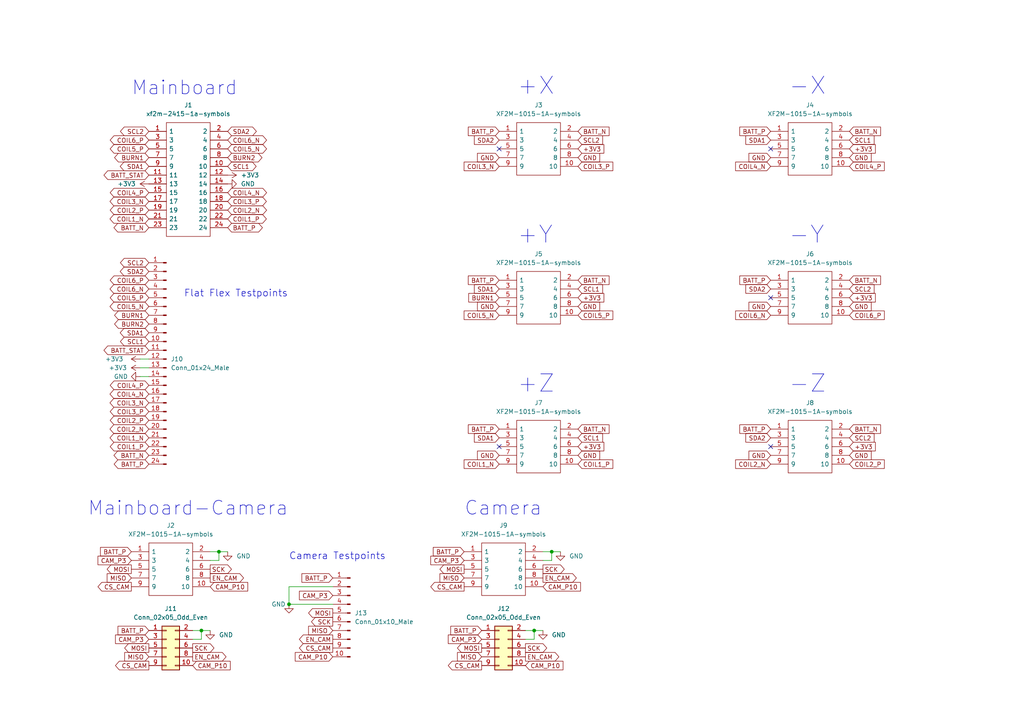
<source format=kicad_sch>
(kicad_sch (version 20211123) (generator eeschema)
  (paper "A4")
  (title_block (title "PyCubed Mini Flatsat") (date "2022-02-21") (rev "v0.1") (company "Robotic Exploration Lab"))
  (lib_symbols
    (symbol "Connector:Conn_01x10_Male" (pin_names (offset 1.016) hide)
      (property "Reference" "J" (at 0 12.7 0))
      (property "Value" "Conn_01x10_Male" (at 0 -15.24 0))
      (symbol "Conn_01x10_Male_1_1"
        (polyline (pts (xy 1.27 -12.7) (xy 0.8636 -12.7)) (stroke (width 0.1524)))
        (polyline (pts (xy 1.27 -10.16) (xy 0.8636 -10.16)) (stroke (width 0.1524)))
        (polyline (pts (xy 1.27 -7.62) (xy 0.8636 -7.62)) (stroke (width 0.1524)))
        (polyline (pts (xy 1.27 -5.08) (xy 0.8636 -5.08)) (stroke (width 0.1524)))
        (polyline (pts (xy 1.27 -2.54) (xy 0.8636 -2.54)) (stroke (width 0.1524)))
        (polyline (pts (xy 1.27 0) (xy 0.8636 0)) (stroke (width 0.1524)))
        (polyline (pts (xy 1.27 2.54) (xy 0.8636 2.54)) (stroke (width 0.1524)))
        (polyline (pts (xy 1.27 5.08) (xy 0.8636 5.08)) (stroke (width 0.1524)))
        (polyline (pts (xy 1.27 7.62) (xy 0.8636 7.62)) (stroke (width 0.1524)))
        (polyline (pts (xy 1.27 10.16) (xy 0.8636 10.16)) (stroke (width 0.1524)))
        (rectangle (start 0.8636 -12.573) (end 0 -12.827) (stroke (width 0.1524)) (fill (type outline)))
        (rectangle (start 0.8636 -10.033) (end 0 -10.287) (stroke (width 0.1524)) (fill (type outline)))
        (rectangle (start 0.8636 -7.493) (end 0 -7.747) (stroke (width 0.1524)) (fill (type outline)))
        (rectangle (start 0.8636 -4.953) (end 0 -5.207) (stroke (width 0.1524)) (fill (type outline)))
        (rectangle (start 0.8636 -2.413) (end 0 -2.667) (stroke (width 0.1524)) (fill (type outline)))
        (rectangle (start 0.8636 0.127) (end 0 -0.127) (stroke (width 0.1524)) (fill (type outline)))
        (rectangle (start 0.8636 2.667) (end 0 2.413) (stroke (width 0.1524)) (fill (type outline)))
        (rectangle (start 0.8636 5.207) (end 0 4.953) (stroke (width 0.1524)) (fill (type outline)))
        (rectangle (start 0.8636 7.747) (end 0 7.493) (stroke (width 0.1524)) (fill (type outline)))
        (rectangle (start 0.8636 10.287) (end 0 10.033) (stroke (width 0.1524)) (fill (type outline)))
        (pin passive line (at 5.08 10.16 180) (length 3.81) (name "Pin_1") (number "1"))
        (pin passive line (at 5.08 -12.7 180) (length 3.81) (name "Pin_10") (number "10"))
        (pin passive line (at 5.08 7.62 180) (length 3.81) (name "Pin_2") (number "2"))
        (pin passive line (at 5.08 5.08 180) (length 3.81) (name "Pin_3") (number "3"))
        (pin passive line (at 5.08 2.54 180) (length 3.81) (name "Pin_4") (number "4"))
        (pin passive line (at 5.08 0 180) (length 3.81) (name "Pin_5") (number "5"))
        (pin passive line (at 5.08 -2.54 180) (length 3.81) (name "Pin_6") (number "6"))
        (pin passive line (at 5.08 -5.08 180) (length 3.81) (name "Pin_7") (number "7"))
        (pin passive line (at 5.08 -7.62 180) (length 3.81) (name "Pin_8") (number "8"))
        (pin passive line (at 5.08 -10.16 180) (length 3.81) (name "Pin_9") (number "9"))
      )
    )
    (symbol "Connector:Conn_01x24_Male" (pin_names (offset 1.016) hide)
      (property "Reference" "J" (at 0 30.48 0))
      (property "Value" "Conn_01x24_Male" (at 0 -33.02 0))
      (symbol "Conn_01x24_Male_1_1"
        (polyline (pts (xy 1.27 -30.48) (xy 0.8636 -30.48)) (stroke (width 0.1524)))
        (polyline (pts (xy 1.27 -27.94) (xy 0.8636 -27.94)) (stroke (width 0.1524)))
        (polyline (pts (xy 1.27 -25.4) (xy 0.8636 -25.4)) (stroke (width 0.1524)))
        (polyline (pts (xy 1.27 -22.86) (xy 0.8636 -22.86)) (stroke (width 0.1524)))
        (polyline (pts (xy 1.27 -20.32) (xy 0.8636 -20.32)) (stroke (width 0.1524)))
        (polyline (pts (xy 1.27 -17.78) (xy 0.8636 -17.78)) (stroke (width 0.1524)))
        (polyline (pts (xy 1.27 -15.24) (xy 0.8636 -15.24)) (stroke (width 0.1524)))
        (polyline (pts (xy 1.27 -12.7) (xy 0.8636 -12.7)) (stroke (width 0.1524)))
        (polyline (pts (xy 1.27 -10.16) (xy 0.8636 -10.16)) (stroke (width 0.1524)))
        (polyline (pts (xy 1.27 -7.62) (xy 0.8636 -7.62)) (stroke (width 0.1524)))
        (polyline (pts (xy 1.27 -5.08) (xy 0.8636 -5.08)) (stroke (width 0.1524)))
        (polyline (pts (xy 1.27 -2.54) (xy 0.8636 -2.54)) (stroke (width 0.1524)))
        (polyline (pts (xy 1.27 0) (xy 0.8636 0)) (stroke (width 0.1524)))
        (polyline (pts (xy 1.27 2.54) (xy 0.8636 2.54)) (stroke (width 0.1524)))
        (polyline (pts (xy 1.27 5.08) (xy 0.8636 5.08)) (stroke (width 0.1524)))
        (polyline (pts (xy 1.27 7.62) (xy 0.8636 7.62)) (stroke (width 0.1524)))
        (polyline (pts (xy 1.27 10.16) (xy 0.8636 10.16)) (stroke (width 0.1524)))
        (polyline (pts (xy 1.27 12.7) (xy 0.8636 12.7)) (stroke (width 0.1524)))
        (polyline (pts (xy 1.27 15.24) (xy 0.8636 15.24)) (stroke (width 0.1524)))
        (polyline (pts (xy 1.27 17.78) (xy 0.8636 17.78)) (stroke (width 0.1524)))
        (polyline (pts (xy 1.27 20.32) (xy 0.8636 20.32)) (stroke (width 0.1524)))
        (polyline (pts (xy 1.27 22.86) (xy 0.8636 22.86)) (stroke (width 0.1524)))
        (polyline (pts (xy 1.27 25.4) (xy 0.8636 25.4)) (stroke (width 0.1524)))
        (polyline (pts (xy 1.27 27.94) (xy 0.8636 27.94)) (stroke (width 0.1524)))
        (rectangle (start 0.8636 -30.353) (end 0 -30.607) (stroke (width 0.1524)) (fill (type outline)))
        (rectangle (start 0.8636 -27.813) (end 0 -28.067) (stroke (width 0.1524)) (fill (type outline)))
        (rectangle (start 0.8636 -25.273) (end 0 -25.527) (stroke (width 0.1524)) (fill (type outline)))
        (rectangle (start 0.8636 -22.733) (end 0 -22.987) (stroke (width 0.1524)) (fill (type outline)))
        (rectangle (start 0.8636 -20.193) (end 0 -20.447) (stroke (width 0.1524)) (fill (type outline)))
        (rectangle (start 0.8636 -17.653) (end 0 -17.907) (stroke (width 0.1524)) (fill (type outline)))
        (rectangle (start 0.8636 -15.113) (end 0 -15.367) (stroke (width 0.1524)) (fill (type outline)))
        (rectangle (start 0.8636 -12.573) (end 0 -12.827) (stroke (width 0.1524)) (fill (type outline)))
        (rectangle (start 0.8636 -10.033) (end 0 -10.287) (stroke (width 0.1524)) (fill (type outline)))
        (rectangle (start 0.8636 -7.493) (end 0 -7.747) (stroke (width 0.1524)) (fill (type outline)))
        (rectangle (start 0.8636 -4.953) (end 0 -5.207) (stroke (width 0.1524)) (fill (type outline)))
        (rectangle (start 0.8636 -2.413) (end 0 -2.667) (stroke (width 0.1524)) (fill (type outline)))
        (rectangle (start 0.8636 0.127) (end 0 -0.127) (stroke (width 0.1524)) (fill (type outline)))
        (rectangle (start 0.8636 2.667) (end 0 2.413) (stroke (width 0.1524)) (fill (type outline)))
        (rectangle (start 0.8636 5.207) (end 0 4.953) (stroke (width 0.1524)) (fill (type outline)))
        (rectangle (start 0.8636 7.747) (end 0 7.493) (stroke (width 0.1524)) (fill (type outline)))
        (rectangle (start 0.8636 10.287) (end 0 10.033) (stroke (width 0.1524)) (fill (type outline)))
        (rectangle (start 0.8636 12.827) (end 0 12.573) (stroke (width 0.1524)) (fill (type outline)))
        (rectangle (start 0.8636 15.367) (end 0 15.113) (stroke (width 0.1524)) (fill (type outline)))
        (rectangle (start 0.8636 17.907) (end 0 17.653) (stroke (width 0.1524)) (fill (type outline)))
        (rectangle (start 0.8636 20.447) (end 0 20.193) (stroke (width 0.1524)) (fill (type outline)))
        (rectangle (start 0.8636 22.987) (end 0 22.733) (stroke (width 0.1524)) (fill (type outline)))
        (rectangle (start 0.8636 25.527) (end 0 25.273) (stroke (width 0.1524)) (fill (type outline)))
        (rectangle (start 0.8636 28.067) (end 0 27.813) (stroke (width 0.1524)) (fill (type outline)))
        (pin passive line (at 5.08 27.94 180) (length 3.81) (name "Pin_1") (number "1"))
        (pin passive line (at 5.08 5.08 180) (length 3.81) (name "Pin_10") (number "10"))
        (pin passive line (at 5.08 2.54 180) (length 3.81) (name "Pin_11") (number "11"))
        (pin passive line (at 5.08 0 180) (length 3.81) (name "Pin_12") (number "12"))
        (pin passive line (at 5.08 -2.54 180) (length 3.81) (name "Pin_13") (number "13"))
        (pin passive line (at 5.08 -5.08 180) (length 3.81) (name "Pin_14") (number "14"))
        (pin passive line (at 5.08 -7.62 180) (length 3.81) (name "Pin_15") (number "15"))
        (pin passive line (at 5.08 -10.16 180) (length 3.81) (name "Pin_16") (number "16"))
        (pin passive line (at 5.08 -12.7 180) (length 3.81) (name "Pin_17") (number "17"))
        (pin passive line (at 5.08 -15.24 180) (length 3.81) (name "Pin_18") (number "18"))
        (pin passive line (at 5.08 -17.78 180) (length 3.81) (name "Pin_19") (number "19"))
        (pin passive line (at 5.08 25.4 180) (length 3.81) (name "Pin_2") (number "2"))
        (pin passive line (at 5.08 -20.32 180) (length 3.81) (name "Pin_20") (number "20"))
        (pin passive line (at 5.08 -22.86 180) (length 3.81) (name "Pin_21") (number "21"))
        (pin passive line (at 5.08 -25.4 180) (length 3.81) (name "Pin_22") (number "22"))
        (pin passive line (at 5.08 -27.94 180) (length 3.81) (name "Pin_23") (number "23"))
        (pin passive line (at 5.08 -30.48 180) (length 3.81) (name "Pin_24") (number "24"))
        (pin passive line (at 5.08 22.86 180) (length 3.81) (name "Pin_3") (number "3"))
        (pin passive line (at 5.08 20.32 180) (length 3.81) (name "Pin_4") (number "4"))
        (pin passive line (at 5.08 17.78 180) (length 3.81) (name "Pin_5") (number "5"))
        (pin passive line (at 5.08 15.24 180) (length 3.81) (name "Pin_6") (number "6"))
        (pin passive line (at 5.08 12.7 180) (length 3.81) (name "Pin_7") (number "7"))
        (pin passive line (at 5.08 10.16 180) (length 3.81) (name "Pin_8") (number "8"))
        (pin passive line (at 5.08 7.62 180) (length 3.81) (name "Pin_9") (number "9"))
      )
    )
    (symbol "Connector_Generic:Conn_02x05_Odd_Even" (pin_names (offset 1.016) hide)
      (property "Reference" "J" (at 1.27 7.62 0))
      (property "Value" "Conn_02x05_Odd_Even" (at 1.27 -7.62 0))
      (symbol "Conn_02x05_Odd_Even_1_1"
        (rectangle (start -1.27 -4.953) (end 0 -5.207) (stroke (width 0.1524)))
        (rectangle (start -1.27 -2.413) (end 0 -2.667) (stroke (width 0.1524)))
        (rectangle (start -1.27 0.127) (end 0 -0.127) (stroke (width 0.1524)))
        (rectangle (start -1.27 2.667) (end 0 2.413) (stroke (width 0.1524)))
        (rectangle (start -1.27 5.207) (end 0 4.953) (stroke (width 0.1524)))
        (rectangle (start -1.27 6.35) (end 3.81 -6.35) (stroke (width 0.254)) (fill (type background)))
        (rectangle (start 3.81 -4.953) (end 2.54 -5.207) (stroke (width 0.1524)))
        (rectangle (start 3.81 -2.413) (end 2.54 -2.667) (stroke (width 0.1524)))
        (rectangle (start 3.81 0.127) (end 2.54 -0.127) (stroke (width 0.1524)))
        (rectangle (start 3.81 2.667) (end 2.54 2.413) (stroke (width 0.1524)))
        (rectangle (start 3.81 5.207) (end 2.54 4.953) (stroke (width 0.1524)))
        (pin passive line (at -5.08 5.08 0) (length 3.81) (name "Pin_1") (number "1"))
        (pin passive line (at 7.62 -5.08 180) (length 3.81) (name "Pin_10") (number "10"))
        (pin passive line (at 7.62 5.08 180) (length 3.81) (name "Pin_2") (number "2"))
        (pin passive line (at -5.08 2.54 0) (length 3.81) (name "Pin_3") (number "3"))
        (pin passive line (at 7.62 2.54 180) (length 3.81) (name "Pin_4") (number "4"))
        (pin passive line (at -5.08 0 0) (length 3.81) (name "Pin_5") (number "5"))
        (pin passive line (at 7.62 0 180) (length 3.81) (name "Pin_6") (number "6"))
        (pin passive line (at -5.08 -2.54 0) (length 3.81) (name "Pin_7") (number "7"))
        (pin passive line (at 7.62 -2.54 180) (length 3.81) (name "Pin_8") (number "8"))
        (pin passive line (at -5.08 -5.08 0) (length 3.81) (name "Pin_9") (number "9"))
      )
    )
    (symbol "PyCubed Mini avionics-motherboard:XF2M-1015-1A-symbols" (pin_names (offset 0.762))
      (property "Reference" "J" (at 19.05 7.62 0))
      (property "Value" "XF2M-1015-1A-symbols" (at 19.05 5.08 0))
      (symbol "XF2M-1015-1A-symbols_0_0"
        (pin bidirectional line (at 0 0 0) (length 5.08) (name "1") (number "1"))
        (pin bidirectional line (at 22.86 -10.16 180) (length 5.08) (name "10") (number "10"))
        (pin bidirectional line (at 22.86 0 180) (length 5.08) (name "2") (number "2"))
        (pin bidirectional line (at 0 -2.54 0) (length 5.08) (name "3") (number "3"))
        (pin bidirectional line (at 22.86 -2.54 180) (length 5.08) (name "4") (number "4"))
        (pin bidirectional line (at 0 -5.08 0) (length 5.08) (name "5") (number "5"))
        (pin bidirectional line (at 22.86 -5.08 180) (length 5.08) (name "6") (number "6"))
        (pin bidirectional line (at 0 -7.62 0) (length 5.08) (name "7") (number "7"))
        (pin bidirectional line (at 22.86 -7.62 180) (length 5.08) (name "8") (number "8"))
        (pin bidirectional line (at 0 -10.16 0) (length 5.08) (name "9") (number "9"))
      )
      (symbol "XF2M-1015-1A-symbols_0_1"
        (polyline (pts (xy 5.08 2.54) (xy 17.78 2.54) (xy 17.78 -12.7) (xy 5.08 -12.7) (xy 5.08 2.54)) (stroke (width 0.1524)))
      )
    )
    (symbol "PyCubed Mini avionics-motherboard:xf2m-2415-1a-symbols" (pin_names (offset 0.762))
      (property "Reference" "J" (at 19.05 7.62 0))
      (property "Value" "xf2m-2415-1a-symbols" (at 19.05 5.08 0))
      (symbol "xf2m-2415-1a-symbols_0_0"
        (pin bidirectional line (at 0 0 0) (length 5.08) (name "1") (number "1"))
        (pin bidirectional line (at 22.86 -10.16 180) (length 5.08) (name "10") (number "10"))
        (pin bidirectional line (at 0 -12.7 0) (length 5.08) (name "11") (number "11"))
        (pin bidirectional line (at 22.86 -12.7 180) (length 5.08) (name "12") (number "12"))
        (pin bidirectional line (at 0 -15.24 0) (length 5.08) (name "13") (number "13"))
        (pin bidirectional line (at 22.86 -15.24 180) (length 5.08) (name "14") (number "14"))
        (pin bidirectional line (at 0 -17.78 0) (length 5.08) (name "15") (number "15"))
        (pin bidirectional line (at 22.86 -17.78 180) (length 5.08) (name "16") (number "16"))
        (pin bidirectional line (at 0 -20.32 0) (length 5.08) (name "17") (number "17"))
        (pin bidirectional line (at 22.86 -20.32 180) (length 5.08) (name "18") (number "18"))
        (pin bidirectional line (at 0 -22.86 0) (length 5.08) (name "19") (number "19"))
        (pin bidirectional line (at 22.86 0 180) (length 5.08) (name "2") (number "2"))
        (pin bidirectional line (at 22.86 -22.86 180) (length 5.08) (name "20") (number "20"))
        (pin bidirectional line (at 0 -25.4 0) (length 5.08) (name "21") (number "21"))
        (pin bidirectional line (at 22.86 -25.4 180) (length 5.08) (name "22") (number "22"))
        (pin bidirectional line (at 0 -27.94 0) (length 5.08) (name "23") (number "23"))
        (pin bidirectional line (at 22.86 -27.94 180) (length 5.08) (name "24") (number "24"))
        (pin bidirectional line (at 0 -2.54 0) (length 5.08) (name "3") (number "3"))
        (pin bidirectional line (at 22.86 -2.54 180) (length 5.08) (name "4") (number "4"))
        (pin bidirectional line (at 0 -5.08 0) (length 5.08) (name "5") (number "5"))
        (pin bidirectional line (at 22.86 -5.08 180) (length 5.08) (name "6") (number "6"))
        (pin bidirectional line (at 0 -7.62 0) (length 5.08) (name "7") (number "7"))
        (pin bidirectional line (at 22.86 -7.62 180) (length 5.08) (name "8") (number "8"))
        (pin bidirectional line (at 0 -10.16 0) (length 5.08) (name "9") (number "9"))
      )
      (symbol "xf2m-2415-1a-symbols_0_1"
        (polyline (pts (xy 5.08 2.54) (xy 17.78 2.54) (xy 17.78 -30.48) (xy 5.08 -30.48) (xy 5.08 2.54)) (stroke (width 0.1524)))
      )
    )
    (symbol "power:+3V3" (power) (pin_names (offset 0))
      (property "Value" "+3V3" (at 0 3.556 0))
      (symbol "+3V3_0_1"
        (polyline (pts (xy -0.762 1.27) (xy 0 2.54)))
        (polyline (pts (xy 0 0) (xy 0 2.54)))
        (polyline (pts (xy 0 2.54) (xy 0.762 1.27)))
      )
      (symbol "+3V3_1_1"
        (pin power_in line (at 0 0 90) (length 0) hide (name "+3V3") (number "1"))
      )
    )
    (symbol "power:GND" (power) (pin_names (offset 0))
      (property "Value" "GND" (at 0 -3.81 0))
      (symbol "GND_0_1"
        (polyline (pts (xy 0 0) (xy 0 -1.27) (xy 1.27 -1.27) (xy 0 -2.54) (xy -1.27 -1.27) (xy 0 -1.27)))
      )
      (symbol "GND_1_1"
        (pin power_in line (at 0 0 270) (length 0) hide (name "GND") (number "1"))
      )
    )
  )
  (junction (at 58.42 182.88))
  (junction (at 154.94 182.88))
  (junction (at 83.82 175.26))
  (junction (at 160.02 160.02))
  (junction (at 63.5 160.02))
  (no_connect (at 144.78 129.54))
  (no_connect (at 223.52 129.54))
  (no_connect (at 223.52 86.36))
  (no_connect (at 144.78 43.18))
  (no_connect (at 223.52 43.18))
  (wire (pts (xy 157.48 160.02) (xy 160.02 160.02)))
  (wire (pts (xy 60.96 162.56) (xy 63.5 162.56)))
  (wire (pts (xy 96.52 170.18) (xy 83.82 170.18)))
  (wire (pts (xy 160.02 160.02) (xy 162.56 160.02)))
  (wire (pts (xy 40.64 109.22) (xy 43.18 109.22)))
  (wire (pts (xy 60.96 160.02) (xy 63.5 160.02)))
  (wire (pts (xy 83.82 170.18) (xy 83.82 175.26)))
  (wire (pts (xy 58.42 182.88) (xy 58.42 185.42)))
  (wire (pts (xy 63.5 160.02) (xy 66.04 160.02)))
  (wire (pts (xy 154.94 182.88) (xy 154.94 185.42)))
  (wire (pts (xy 160.02 160.02) (xy 160.02 162.56)))
  (wire (pts (xy 63.5 160.02) (xy 63.5 162.56)))
  (wire (pts (xy 55.88 185.42) (xy 58.42 185.42)))
  (wire (pts (xy 55.88 182.88) (xy 58.42 182.88)))
  (wire (pts (xy 152.4 185.42) (xy 154.94 185.42)))
  (wire (pts (xy 154.94 182.88) (xy 157.48 182.88)))
  (wire (pts (xy 83.82 175.26) (xy 96.52 175.26)))
  (wire (pts (xy 40.64 106.68) (xy 43.18 106.68)))
  (wire (pts (xy 58.42 182.88) (xy 60.96 182.88)))
  (wire (pts (xy 43.18 104.14) (xy 40.64 104.14)))
  (wire (pts (xy 152.4 182.88) (xy 154.94 182.88)))
  (wire (pts (xy 157.48 162.56) (xy 160.02 162.56)))
  (text "Camera Testpoints" (at 83.82 162.56 0) (effects (font (size 2 2)) (justify left bottom)))
  (text "+Z" (at 149.86 114.3 0) (effects (font (size 5 5)) (justify left bottom)))
  (text "Mainboard" (at 38.1 27.94 0) (effects (font (size 4 4)) (justify left bottom)))
  (text "+Y" (at 149.86 71.12 0) (effects (font (size 5 5)) (justify left bottom)))
  (text "Mainboard-Camera" (at 25.4 149.86 0) (effects (font (size 4 4)) (justify left bottom)))
  (text "Flat Flex Testpoints" (at 53.34 86.36 0) (effects (font (size 2 2)) (justify left bottom)))
  (text "+X" (at 149.86 27.94 0) (effects (font (size 5 5)) (justify left bottom)))
  (text "Camera" (at 134.62 149.86 0) (effects (font (size 4 4)) (justify left bottom)))
  (text "-Z" (at 228.6 114.3 0) (effects (font (size 5 5)) (justify left bottom)))
  (text "-Y" (at 228.6 71.12 0) (effects (font (size 5 5)) (justify left bottom)))
  (text "-X" (at 228.6 27.94 0) (effects (font (size 5 5)) (justify left bottom)))
  (global_label "GND" (shape input) (at 167.64 88.9 0) (property "Intersheet References" "${INTERSHEET_REFS}" (effects hide)))
  (global_label "GND" (shape input) (at 144.78 88.9 180) (property "Intersheet References" "${INTERSHEET_REFS}" (effects hide)))
  (global_label "COIL2_P" (shape input) (at 246.38 134.62 0) (property "Intersheet References" "${INTERSHEET_REFS}" (effects hide)))
  (global_label "BATT_P" (shape input) (at 38.1 160.02 180) (property "Intersheet References" "${INTERSHEET_REFS}" (effects hide)))
  (global_label "MISO" (shape input) (at 38.1 167.64 180) (property "Intersheet References" "${INTERSHEET_REFS}" (effects hide)))
  (global_label "BATT_N" (shape input) (at 246.38 38.1 0) (property "Intersheet References" "${INTERSHEET_REFS}" (effects hide)))
  (global_label "BATT_P" (shape input) (at 96.52 167.64 180) (property "Intersheet References" "${INTERSHEET_REFS}" (effects hide)))
  (global_label "GND" (shape input) (at 223.52 88.9 180) (property "Intersheet References" "${INTERSHEET_REFS}" (effects hide)))
  (global_label "SDA2" (shape input) (at 144.78 40.64 180) (property "Intersheet References" "${INTERSHEET_REFS}" (effects hide)))
  (global_label "COIL3_P" (shape bidirectional) (at 43.18 119.38 180) (property "Intersheet References" "${INTERSHEET_REFS}" (effects hide)))
  (global_label "BURN2" (shape bidirectional) (at 43.18 93.98 180) (property "Intersheet References" "${INTERSHEET_REFS}" (effects hide)))
  (global_label "BATT_STAT" (shape bidirectional) (at 43.18 50.8 180) (property "Intersheet References" "${INTERSHEET_REFS}" (effects hide)))
  (global_label "+3V3" (shape input) (at 167.64 86.36 0) (property "Intersheet References" "${INTERSHEET_REFS}" (effects hide)))
  (global_label "COIL3_P" (shape input) (at 167.64 48.26 0) (property "Intersheet References" "${INTERSHEET_REFS}" (effects hide)))
  (global_label "GND" (shape input) (at 167.64 132.08 0) (property "Intersheet References" "${INTERSHEET_REFS}" (effects hide)))
  (global_label "COIL5_P" (shape input) (at 167.64 91.44 0) (property "Intersheet References" "${INTERSHEET_REFS}" (effects hide)))
  (global_label "CAM_P3" (shape input) (at 139.7 185.42 180) (property "Intersheet References" "${INTERSHEET_REFS}" (effects hide)))
  (global_label "BATT_P" (shape input) (at 144.78 124.46 180) (property "Intersheet References" "${INTERSHEET_REFS}" (effects hide)))
  (global_label "CS_CAM" (shape output) (at 43.18 193.04 180) (property "Intersheet References" "${INTERSHEET_REFS}" (effects hide)))
  (global_label "COIL3_N" (shape bidirectional) (at 43.18 58.42 180) (property "Intersheet References" "${INTERSHEET_REFS}" (effects hide)))
  (global_label "CAM_P10" (shape input) (at 157.48 170.18 0) (property "Intersheet References" "${INTERSHEET_REFS}" (effects hide)))
  (global_label "COIL6_N" (shape input) (at 223.52 91.44 180) (property "Intersheet References" "${INTERSHEET_REFS}" (effects hide)))
  (global_label "COIL5_N" (shape bidirectional) (at 66.04 43.18 0) (property "Intersheet References" "${INTERSHEET_REFS}" (effects hide)))
  (global_label "SDA2" (shape bidirectional) (at 43.18 78.74 180) (property "Intersheet References" "${INTERSHEET_REFS}" (effects hide)))
  (global_label "SDA2" (shape input) (at 223.52 83.82 180) (property "Intersheet References" "${INTERSHEET_REFS}" (effects hide)))
  (global_label "SCL1" (shape input) (at 246.38 40.64 0) (property "Intersheet References" "${INTERSHEET_REFS}" (effects hide)))
  (global_label "MOSI" (shape output) (at 38.1 165.1 180) (property "Intersheet References" "${INTERSHEET_REFS}" (effects hide)))
  (global_label "CS_CAM" (shape output) (at 38.1 170.18 180) (property "Intersheet References" "${INTERSHEET_REFS}" (effects hide)))
  (global_label "COIL1_P" (shape input) (at 167.64 134.62 0) (property "Intersheet References" "${INTERSHEET_REFS}" (effects hide)))
  (global_label "BATT_P" (shape input) (at 223.52 124.46 180) (property "Intersheet References" "${INTERSHEET_REFS}" (effects hide)))
  (global_label "CS_CAM" (shape output) (at 139.7 193.04 180) (property "Intersheet References" "${INTERSHEET_REFS}" (effects hide)))
  (global_label "EN_CAM" (shape output) (at 157.48 167.64 0) (property "Intersheet References" "${INTERSHEET_REFS}" (effects hide)))
  (global_label "SCL2" (shape bidirectional) (at 43.18 76.2 180) (property "Intersheet References" "${INTERSHEET_REFS}" (effects hide)))
  (global_label "SCK" (shape output) (at 152.4 187.96 0) (property "Intersheet References" "${INTERSHEET_REFS}" (effects hide)))
  (global_label "COIL1_N" (shape input) (at 144.78 134.62 180) (property "Intersheet References" "${INTERSHEET_REFS}" (effects hide)))
  (global_label "SDA1" (shape input) (at 144.78 83.82 180) (property "Intersheet References" "${INTERSHEET_REFS}" (effects hide)))
  (global_label "BATT_N" (shape input) (at 246.38 124.46 0) (property "Intersheet References" "${INTERSHEET_REFS}" (effects hide)))
  (global_label "BATT_P" (shape input) (at 134.62 160.02 180) (property "Intersheet References" "${INTERSHEET_REFS}" (effects hide)))
  (global_label "COIL5_P" (shape bidirectional) (at 43.18 86.36 180) (property "Intersheet References" "${INTERSHEET_REFS}" (effects hide)))
  (global_label "CAM_P10" (shape input) (at 55.88 193.04 0) (property "Intersheet References" "${INTERSHEET_REFS}" (effects hide)))
  (global_label "BATT_P" (shape input) (at 223.52 38.1 180) (property "Intersheet References" "${INTERSHEET_REFS}" (effects hide)))
  (global_label "SCK" (shape output) (at 55.88 187.96 0) (property "Intersheet References" "${INTERSHEET_REFS}" (effects hide)))
  (global_label "COIL4_P" (shape bidirectional) (at 43.18 111.76 180) (property "Intersheet References" "${INTERSHEET_REFS}" (effects hide)))
  (global_label "COIL3_N" (shape input) (at 144.78 48.26 180) (property "Intersheet References" "${INTERSHEET_REFS}" (effects hide)))
  (global_label "SCL1" (shape input) (at 167.64 83.82 0) (property "Intersheet References" "${INTERSHEET_REFS}" (effects hide)))
  (global_label "MOSI" (shape output) (at 139.7 187.96 180) (property "Intersheet References" "${INTERSHEET_REFS}" (effects hide)))
  (global_label "COIL1_N" (shape bidirectional) (at 43.18 63.5 180) (property "Intersheet References" "${INTERSHEET_REFS}" (effects hide)))
  (global_label "SCL2" (shape input) (at 167.64 40.64 0) (property "Intersheet References" "${INTERSHEET_REFS}" (effects hide)))
  (global_label "GND" (shape input) (at 246.38 132.08 0) (property "Intersheet References" "${INTERSHEET_REFS}" (effects hide)))
  (global_label "SCL1" (shape bidirectional) (at 66.04 48.26 0) (property "Intersheet References" "${INTERSHEET_REFS}" (effects hide)))
  (global_label "GND" (shape input) (at 223.52 132.08 180) (property "Intersheet References" "${INTERSHEET_REFS}" (effects hide)))
  (global_label "SDA1" (shape bidirectional) (at 43.18 96.52 180) (property "Intersheet References" "${INTERSHEET_REFS}" (effects hide)))
  (global_label "SCL2" (shape bidirectional) (at 43.18 38.1 180) (property "Intersheet References" "${INTERSHEET_REFS}" (effects hide)))
  (global_label "BATT_N" (shape input) (at 246.38 81.28 0) (property "Intersheet References" "${INTERSHEET_REFS}" (effects hide)))
  (global_label "CAM_P10" (shape input) (at 152.4 193.04 0) (property "Intersheet References" "${INTERSHEET_REFS}" (effects hide)))
  (global_label "CAM_P10" (shape input) (at 96.52 190.5 180) (property "Intersheet References" "${INTERSHEET_REFS}" (effects hide)))
  (global_label "GND" (shape input) (at 246.38 88.9 0) (property "Intersheet References" "${INTERSHEET_REFS}" (effects hide)))
  (global_label "BATT_N" (shape input) (at 167.64 81.28 0) (property "Intersheet References" "${INTERSHEET_REFS}" (effects hide)))
  (global_label "CAM_P3" (shape input) (at 38.1 162.56 180) (property "Intersheet References" "${INTERSHEET_REFS}" (effects hide)))
  (global_label "SDA1" (shape input) (at 223.52 40.64 180) (property "Intersheet References" "${INTERSHEET_REFS}" (effects hide)))
  (global_label "CAM_P3" (shape input) (at 43.18 185.42 180) (property "Intersheet References" "${INTERSHEET_REFS}" (effects hide)))
  (global_label "BATT_P" (shape input) (at 139.7 182.88 180) (property "Intersheet References" "${INTERSHEET_REFS}" (effects hide)))
  (global_label "BURN1" (shape bidirectional) (at 43.18 91.44 180) (property "Intersheet References" "${INTERSHEET_REFS}" (effects hide)))
  (global_label "COIL5_P" (shape bidirectional) (at 43.18 43.18 180) (property "Intersheet References" "${INTERSHEET_REFS}" (effects hide)))
  (global_label "SDA2" (shape input) (at 223.52 127 180) (property "Intersheet References" "${INTERSHEET_REFS}" (effects hide)))
  (global_label "BATT_STAT" (shape bidirectional) (at 43.18 101.6 180) (property "Intersheet References" "${INTERSHEET_REFS}" (effects hide)))
  (global_label "CAM_P3" (shape input) (at 96.52 172.72 180) (property "Intersheet References" "${INTERSHEET_REFS}" (effects hide)))
  (global_label "COIL4_N" (shape bidirectional) (at 43.18 114.3 180) (property "Intersheet References" "${INTERSHEET_REFS}" (effects hide)))
  (global_label "SCL2" (shape input) (at 246.38 127 0) (property "Intersheet References" "${INTERSHEET_REFS}" (effects hide)))
  (global_label "+3V3" (shape input) (at 167.64 43.18 0) (property "Intersheet References" "${INTERSHEET_REFS}" (effects hide)))
  (global_label "EN_CAM" (shape output) (at 55.88 190.5 0) (property "Intersheet References" "${INTERSHEET_REFS}" (effects hide)))
  (global_label "SCL2" (shape input) (at 246.38 83.82 0) (property "Intersheet References" "${INTERSHEET_REFS}" (effects hide)))
  (global_label "GND" (shape input) (at 144.78 132.08 180) (property "Intersheet References" "${INTERSHEET_REFS}" (effects hide)))
  (global_label "COIL2_N" (shape bidirectional) (at 43.18 124.46 180) (property "Intersheet References" "${INTERSHEET_REFS}" (effects hide)))
  (global_label "BATT_N" (shape bidirectional) (at 43.18 66.04 180) (property "Intersheet References" "${INTERSHEET_REFS}" (effects hide)))
  (global_label "+3V3" (shape input) (at 246.38 86.36 0) (property "Intersheet References" "${INTERSHEET_REFS}" (effects hide)))
  (global_label "COIL6_N" (shape bidirectional) (at 66.04 40.64 0) (property "Intersheet References" "${INTERSHEET_REFS}" (effects hide)))
  (global_label "CAM_P10" (shape input) (at 60.96 170.18 0) (property "Intersheet References" "${INTERSHEET_REFS}" (effects hide)))
  (global_label "BURN2" (shape bidirectional) (at 66.04 45.72 0) (property "Intersheet References" "${INTERSHEET_REFS}" (effects hide)))
  (global_label "SCK" (shape output) (at 96.52 180.34 180) (property "Intersheet References" "${INTERSHEET_REFS}" (effects hide)))
  (global_label "BATT_N" (shape input) (at 167.64 124.46 0) (property "Intersheet References" "${INTERSHEET_REFS}" (effects hide)))
  (global_label "SDA1" (shape bidirectional) (at 43.18 48.26 180) (property "Intersheet References" "${INTERSHEET_REFS}" (effects hide)))
  (global_label "BURN1" (shape bidirectional) (at 43.18 45.72 180) (property "Intersheet References" "${INTERSHEET_REFS}" (effects hide)))
  (global_label "CAM_P3" (shape input) (at 134.62 162.56 180) (property "Intersheet References" "${INTERSHEET_REFS}" (effects hide)))
  (global_label "GND" (shape input) (at 246.38 45.72 0) (property "Intersheet References" "${INTERSHEET_REFS}" (effects hide)))
  (global_label "+3V3" (shape input) (at 246.38 129.54 0) (property "Intersheet References" "${INTERSHEET_REFS}" (effects hide)))
  (global_label "MISO" (shape input) (at 43.18 190.5 180) (property "Intersheet References" "${INTERSHEET_REFS}" (effects hide)))
  (global_label "EN_CAM" (shape output) (at 152.4 190.5 0) (property "Intersheet References" "${INTERSHEET_REFS}" (effects hide)))
  (global_label "COIL3_P" (shape bidirectional) (at 66.04 58.42 0) (property "Intersheet References" "${INTERSHEET_REFS}" (effects hide)))
  (global_label "COIL2_N" (shape input) (at 223.52 134.62 180) (property "Intersheet References" "${INTERSHEET_REFS}" (effects hide)))
  (global_label "COIL2_P" (shape bidirectional) (at 43.18 60.96 180) (property "Intersheet References" "${INTERSHEET_REFS}" (effects hide)))
  (global_label "COIL6_N" (shape bidirectional) (at 43.18 83.82 180) (property "Intersheet References" "${INTERSHEET_REFS}" (effects hide)))
  (global_label "SCK" (shape output) (at 157.48 165.1 0) (property "Intersheet References" "${INTERSHEET_REFS}" (effects hide)))
  (global_label "EN_CAM" (shape output) (at 60.96 167.64 0) (property "Intersheet References" "${INTERSHEET_REFS}" (effects hide)))
  (global_label "COIL2_P" (shape bidirectional) (at 43.18 121.92 180) (property "Intersheet References" "${INTERSHEET_REFS}" (effects hide)))
  (global_label "GND" (shape input) (at 167.64 45.72 0) (property "Intersheet References" "${INTERSHEET_REFS}" (effects hide)))
  (global_label "MOSI" (shape output) (at 134.62 165.1 180) (property "Intersheet References" "${INTERSHEET_REFS}" (effects hide)))
  (global_label "+3V3" (shape input) (at 167.64 129.54 0) (property "Intersheet References" "${INTERSHEET_REFS}" (effects hide)))
  (global_label "BURN1" (shape input) (at 144.78 86.36 180) (property "Intersheet References" "${INTERSHEET_REFS}" (effects hide)))
  (global_label "COIL1_P" (shape bidirectional) (at 43.18 129.54 180) (property "Intersheet References" "${INTERSHEET_REFS}" (effects hide)))
  (global_label "COIL4_P" (shape input) (at 246.38 48.26 0) (property "Intersheet References" "${INTERSHEET_REFS}" (effects hide)))
  (global_label "SCL1" (shape bidirectional) (at 43.18 99.06 180) (property "Intersheet References" "${INTERSHEET_REFS}" (effects hide)))
  (global_label "BATT_P" (shape bidirectional) (at 66.04 66.04 0) (property "Intersheet References" "${INTERSHEET_REFS}" (effects hide)))
  (global_label "MOSI" (shape output) (at 43.18 187.96 180) (property "Intersheet References" "${INTERSHEET_REFS}" (effects hide)))
  (global_label "COIL2_N" (shape bidirectional) (at 66.04 60.96 0) (property "Intersheet References" "${INTERSHEET_REFS}" (effects hide)))
  (global_label "CS_CAM" (shape output) (at 96.52 187.96 180) (property "Intersheet References" "${INTERSHEET_REFS}" (effects hide)))
  (global_label "COIL1_N" (shape bidirectional) (at 43.18 127 180) (property "Intersheet References" "${INTERSHEET_REFS}" (effects hide)))
  (global_label "MISO" (shape input) (at 96.52 182.88 180) (property "Intersheet References" "${INTERSHEET_REFS}" (effects hide)))
  (global_label "MISO" (shape input) (at 134.62 167.64 180) (property "Intersheet References" "${INTERSHEET_REFS}" (effects hide)))
  (global_label "BATT_P" (shape bidirectional) (at 43.18 134.62 180) (property "Intersheet References" "${INTERSHEET_REFS}" (effects hide)))
  (global_label "GND" (shape input) (at 223.52 45.72 180) (property "Intersheet References" "${INTERSHEET_REFS}" (effects hide)))
  (global_label "BATT_P" (shape input) (at 144.78 81.28 180) (property "Intersheet References" "${INTERSHEET_REFS}" (effects hide)))
  (global_label "BATT_P" (shape input) (at 144.78 38.1 180) (property "Intersheet References" "${INTERSHEET_REFS}" (effects hide)))
  (global_label "GND" (shape input) (at 144.78 45.72 180) (property "Intersheet References" "${INTERSHEET_REFS}" (effects hide)))
  (global_label "COIL5_N" (shape bidirectional) (at 43.18 88.9 180) (property "Intersheet References" "${INTERSHEET_REFS}" (effects hide)))
  (global_label "COIL1_P" (shape bidirectional) (at 66.04 63.5 0) (property "Intersheet References" "${INTERSHEET_REFS}" (effects hide)))
  (global_label "MISO" (shape input) (at 139.7 190.5 180) (property "Intersheet References" "${INTERSHEET_REFS}" (effects hide)))
  (global_label "COIL5_N" (shape input) (at 144.78 91.44 180) (property "Intersheet References" "${INTERSHEET_REFS}" (effects hide)))
  (global_label "SCK" (shape output) (at 60.96 165.1 0) (property "Intersheet References" "${INTERSHEET_REFS}" (effects hide)))
  (global_label "+3V3" (shape input) (at 246.38 43.18 0) (property "Intersheet References" "${INTERSHEET_REFS}" (effects hide)))
  (global_label "COIL6_P" (shape bidirectional) (at 43.18 81.28 180) (property "Intersheet References" "${INTERSHEET_REFS}" (effects hide)))
  (global_label "COIL4_N" (shape bidirectional) (at 66.04 55.88 0) (property "Intersheet References" "${INTERSHEET_REFS}" (effects hide)))
  (global_label "MOSI" (shape output) (at 96.52 177.8 180) (property "Intersheet References" "${INTERSHEET_REFS}" (effects hide)))
  (global_label "CS_CAM" (shape output) (at 134.62 170.18 180) (property "Intersheet References" "${INTERSHEET_REFS}" (effects hide)))
  (global_label "BATT_N" (shape input) (at 167.64 38.1 0) (property "Intersheet References" "${INTERSHEET_REFS}" (effects hide)))
  (global_label "COIL4_P" (shape bidirectional) (at 43.18 55.88 180) (property "Intersheet References" "${INTERSHEET_REFS}" (effects hide)))
  (global_label "SCL1" (shape input) (at 167.64 127 0) (property "Intersheet References" "${INTERSHEET_REFS}" (effects hide)))
  (global_label "COIL4_N" (shape input) (at 223.52 48.26 180) (property "Intersheet References" "${INTERSHEET_REFS}" (effects hide)))
  (global_label "SDA2" (shape bidirectional) (at 66.04 38.1 0) (property "Intersheet References" "${INTERSHEET_REFS}" (effects hide)))
  (global_label "EN_CAM" (shape output) (at 96.52 185.42 180) (property "Intersheet References" "${INTERSHEET_REFS}" (effects hide)))
  (global_label "COIL6_P" (shape input) (at 246.38 91.44 0) (property "Intersheet References" "${INTERSHEET_REFS}" (effects hide)))
  (global_label "BATT_P" (shape input) (at 223.52 81.28 180) (property "Intersheet References" "${INTERSHEET_REFS}" (effects hide)))
  (global_label "BATT_N" (shape bidirectional) (at 43.18 132.08 180) (property "Intersheet References" "${INTERSHEET_REFS}" (effects hide)))
  (global_label "COIL6_P" (shape bidirectional) (at 43.18 40.64 180) (property "Intersheet References" "${INTERSHEET_REFS}" (effects hide)))
  (global_label "COIL3_N" (shape bidirectional) (at 43.18 116.84 180) (property "Intersheet References" "${INTERSHEET_REFS}" (effects hide)))
  (global_label "SDA1" (shape input) (at 144.78 127 180) (property "Intersheet References" "${INTERSHEET_REFS}" (effects hide)))
  (global_label "BATT_P" (shape input) (at 43.18 182.88 180) (property "Intersheet References" "${INTERSHEET_REFS}" (effects hide)))
  (symbol (lib_id "Connector:Conn_01x24_Male") (at 48.26 104.14 0) (mirror y) (unit 1)
    (property "Reference" "J10" (at 49.53 104.1399 0) (effects (justify right)))
    (property "Value" "Conn_01x24_Male" (at 49.53 106.6799 0) (effects (justify right)))
    (property "Footprint" "Connector_PinHeader_2.54mm:PinHeader_1x24_P2.54mm_Vertical" (effects hide))
  )
  (symbol (lib_id "PyCubed Mini avionics-motherboard:XF2M-1015-1A-symbols") (at 144.78 38.1 0) (unit 1)
    (property "Reference" "J3" (at 156.21 30.48 0))
    (property "Value" "XF2M-1015-1A-symbols" (at 156.21 33.02 0))
    (property "Footprint" "PyCubed-Mini Solar:XF2M-1015-1A" (effects hide))
    (property "Datasheet" "https://componentsearchengine.com/Datasheets/3/XF2M-1015-1A.pdf" (effects hide))
    (property "Description" "0.5mm Rotary backlock 10 way Omron XF2M Series 0.5mm Pitch 10 Way Right Angle SMT Female FPC Connector Locking Mechanism, Top and Bottom Contact" (effects hide))
    (property "Manufacturer_Name" "Omron Electronics" (effects hide))
    (property "Manufacturer_Part_Number" "XF2M-1015-1A" (effects hide))
    (property "Mouser Part Number" "653-XF2M-1015-1A" (effects hide))
    (property "Mouser Price/Stock" "https://www.mouser.com/Search/Refine.aspx?Keyword=653-XF2M-1015-1A" (effects hide))
    (property "RS Part Number" "7315772P" (effects hide))
    (property "RS Price/Stock" "http://uk.rs-online.com/web/p/products/7315772P" (effects hide))
    (property "Allied_Number" "70667825" (effects hide))
    (property "Allied Price/Stock" "https://www.alliedelec.com/omron-electronic-components-xf2m-1015-1a/70667825/" (effects hide))
  )
  (symbol (lib_id "PyCubed Mini avionics-motherboard:XF2M-1015-1A-symbols") (at 134.62 160.02 0) (unit 1)
    (property "Reference" "J9" (at 146.05 152.4 0))
    (property "Value" "XF2M-1015-1A-symbols" (at 146.05 154.94 0))
    (property "Footprint" "PyCubed-Mini Solar:XF2M-1015-1A" (effects hide))
    (property "Datasheet" "https://componentsearchengine.com/Datasheets/3/XF2M-1015-1A.pdf" (effects hide))
    (property "Description" "0.5mm Rotary backlock 10 way Omron XF2M Series 0.5mm Pitch 10 Way Right Angle SMT Female FPC Connector Locking Mechanism, Top and Bottom Contact" (effects hide))
    (property "Manufacturer_Name" "Omron Electronics" (effects hide))
    (property "Manufacturer_Part_Number" "XF2M-1015-1A" (effects hide))
    (property "Mouser Part Number" "653-XF2M-1015-1A" (effects hide))
    (property "Mouser Price/Stock" "https://www.mouser.com/Search/Refine.aspx?Keyword=653-XF2M-1015-1A" (effects hide))
    (property "RS Part Number" "7315772P" (effects hide))
    (property "RS Price/Stock" "http://uk.rs-online.com/web/p/products/7315772P" (effects hide))
    (property "Allied_Number" "70667825" (effects hide))
    (property "Allied Price/Stock" "https://www.alliedelec.com/omron-electronic-components-xf2m-1015-1a/70667825/" (effects hide))
  )
  (symbol (lib_id "PyCubed Mini avionics-motherboard:XF2M-1015-1A-symbols") (at 144.78 124.46 0) (unit 1)
    (property "Reference" "J7" (at 156.21 116.84 0))
    (property "Value" "XF2M-1015-1A-symbols" (at 156.21 119.38 0))
    (property "Footprint" "PyCubed-Mini Solar:XF2M-1015-1A" (effects hide))
    (property "Datasheet" "https://componentsearchengine.com/Datasheets/3/XF2M-1015-1A.pdf" (effects hide))
    (property "Description" "0.5mm Rotary backlock 10 way Omron XF2M Series 0.5mm Pitch 10 Way Right Angle SMT Female FPC Connector Locking Mechanism, Top and Bottom Contact" (effects hide))
    (property "Manufacturer_Name" "Omron Electronics" (effects hide))
    (property "Manufacturer_Part_Number" "XF2M-1015-1A" (effects hide))
    (property "Mouser Part Number" "653-XF2M-1015-1A" (effects hide))
    (property "Mouser Price/Stock" "https://www.mouser.com/Search/Refine.aspx?Keyword=653-XF2M-1015-1A" (effects hide))
    (property "RS Part Number" "7315772P" (effects hide))
    (property "RS Price/Stock" "http://uk.rs-online.com/web/p/products/7315772P" (effects hide))
    (property "Allied_Number" "70667825" (effects hide))
    (property "Allied Price/Stock" "https://www.alliedelec.com/omron-electronic-components-xf2m-1015-1a/70667825/" (effects hide))
  )
  (symbol (lib_id "Connector_Generic:Conn_02x05_Odd_Even") (at 48.26 187.96 0) (unit 1)
    (property "Reference" "J11" (at 49.53 176.53 0))
    (property "Value" "Conn_02x05_Odd_Even" (at 49.53 179.07 0))
    (property "Footprint" "Connector_PinHeader_1.27mm:PinHeader_2x05_P1.27mm_Vertical" (effects hide))
  )
  (symbol (lib_id "PyCubed Mini avionics-motherboard:XF2M-1015-1A-symbols") (at 144.78 81.28 0) (unit 1)
    (property "Reference" "J5" (at 156.21 73.66 0))
    (property "Value" "XF2M-1015-1A-symbols" (at 156.21 76.2 0))
    (property "Footprint" "PyCubed-Mini Solar:XF2M-1015-1A" (effects hide))
    (property "Datasheet" "https://componentsearchengine.com/Datasheets/3/XF2M-1015-1A.pdf" (effects hide))
    (property "Description" "0.5mm Rotary backlock 10 way Omron XF2M Series 0.5mm Pitch 10 Way Right Angle SMT Female FPC Connector Locking Mechanism, Top and Bottom Contact" (effects hide))
    (property "Manufacturer_Name" "Omron Electronics" (effects hide))
    (property "Manufacturer_Part_Number" "XF2M-1015-1A" (effects hide))
    (property "Mouser Part Number" "653-XF2M-1015-1A" (effects hide))
    (property "Mouser Price/Stock" "https://www.mouser.com/Search/Refine.aspx?Keyword=653-XF2M-1015-1A" (effects hide))
    (property "RS Part Number" "7315772P" (effects hide))
    (property "RS Price/Stock" "http://uk.rs-online.com/web/p/products/7315772P" (effects hide))
    (property "Allied_Number" "70667825" (effects hide))
    (property "Allied Price/Stock" "https://www.alliedelec.com/omron-electronic-components-xf2m-1015-1a/70667825/" (effects hide))
  )
  (symbol (lib_id "power:GND") (at 162.56 160.02 0) (unit 1)
    (property "Reference" "#PWR010" (effects hide))
    (property "Value" "GND" (at 165.1 161.2899 0) (effects (justify left)))
  )
  (symbol (lib_id "power:GND") (at 83.82 175.26 0) (unit 1)
    (property "Reference" "#PWR011" (effects hide))
    (property "Value" "GND" (at 78.74 175.26 0) (effects (justify left)))
  )
  (symbol (lib_id "PyCubed Mini avionics-motherboard:XF2M-1015-1A-symbols") (at 38.1 160.02 0) (unit 1)
    (property "Reference" "J2" (at 49.53 152.4 0))
    (property "Value" "XF2M-1015-1A-symbols" (at 49.53 154.94 0))
    (property "Footprint" "PyCubed-Mini Solar:XF2M-1015-1A" (effects hide))
    (property "Datasheet" "https://componentsearchengine.com/Datasheets/3/XF2M-1015-1A.pdf" (effects hide))
    (property "Description" "0.5mm Rotary backlock 10 way Omron XF2M Series 0.5mm Pitch 10 Way Right Angle SMT Female FPC Connector Locking Mechanism, Top and Bottom Contact" (effects hide))
    (property "Manufacturer_Name" "Omron Electronics" (effects hide))
    (property "Manufacturer_Part_Number" "XF2M-1015-1A" (effects hide))
    (property "Mouser Part Number" "653-XF2M-1015-1A" (effects hide))
    (property "Mouser Price/Stock" "https://www.mouser.com/Search/Refine.aspx?Keyword=653-XF2M-1015-1A" (effects hide))
    (property "RS Part Number" "7315772P" (effects hide))
    (property "RS Price/Stock" "http://uk.rs-online.com/web/p/products/7315772P" (effects hide))
    (property "Allied_Number" "70667825" (effects hide))
    (property "Allied Price/Stock" "https://www.alliedelec.com/omron-electronic-components-xf2m-1015-1a/70667825/" (effects hide))
  )
  (symbol (lib_id "PyCubed Mini avionics-motherboard:XF2M-1015-1A-symbols") (at 223.52 81.28 0) (unit 1)
    (property "Reference" "J6" (at 234.95 73.66 0))
    (property "Value" "XF2M-1015-1A-symbols" (at 234.95 76.2 0))
    (property "Footprint" "PyCubed-Mini Solar:XF2M-1015-1A" (effects hide))
    (property "Datasheet" "https://componentsearchengine.com/Datasheets/3/XF2M-1015-1A.pdf" (effects hide))
    (property "Description" "0.5mm Rotary backlock 10 way Omron XF2M Series 0.5mm Pitch 10 Way Right Angle SMT Female FPC Connector Locking Mechanism, Top and Bottom Contact" (effects hide))
    (property "Manufacturer_Name" "Omron Electronics" (effects hide))
    (property "Manufacturer_Part_Number" "XF2M-1015-1A" (effects hide))
    (property "Mouser Part Number" "653-XF2M-1015-1A" (effects hide))
    (property "Mouser Price/Stock" "https://www.mouser.com/Search/Refine.aspx?Keyword=653-XF2M-1015-1A" (effects hide))
    (property "RS Part Number" "7315772P" (effects hide))
    (property "RS Price/Stock" "http://uk.rs-online.com/web/p/products/7315772P" (effects hide))
    (property "Allied_Number" "70667825" (effects hide))
    (property "Allied Price/Stock" "https://www.alliedelec.com/omron-electronic-components-xf2m-1015-1a/70667825/" (effects hide))
  )
  (symbol (lib_id "Connector_Generic:Conn_02x05_Odd_Even") (at 144.78 187.96 0) (unit 1)
    (property "Reference" "J12" (at 146.05 176.53 0))
    (property "Value" "Conn_02x05_Odd_Even" (at 146.05 179.07 0))
    (property "Footprint" "Connector_PinHeader_1.27mm:PinHeader_2x05_P1.27mm_Vertical" (effects hide))
  )
  (symbol (lib_id "power:GND") (at 40.64 109.22 270) (mirror x) (unit 1)
    (property "Reference" "#PWR03" (effects hide))
    (property "Value" "GND" (at 33.02 109.22 90) (effects (justify left)))
  )
  (symbol (lib_id "PyCubed Mini avionics-motherboard:XF2M-1015-1A-symbols") (at 223.52 124.46 0) (unit 1)
    (property "Reference" "J8" (at 234.95 116.84 0))
    (property "Value" "XF2M-1015-1A-symbols" (at 234.95 119.38 0))
    (property "Footprint" "PyCubed-Mini Solar:XF2M-1015-1A" (effects hide))
    (property "Datasheet" "https://componentsearchengine.com/Datasheets/3/XF2M-1015-1A.pdf" (effects hide))
    (property "Description" "0.5mm Rotary backlock 10 way Omron XF2M Series 0.5mm Pitch 10 Way Right Angle SMT Female FPC Connector Locking Mechanism, Top and Bottom Contact" (effects hide))
    (property "Manufacturer_Name" "Omron Electronics" (effects hide))
    (property "Manufacturer_Part_Number" "XF2M-1015-1A" (effects hide))
    (property "Mouser Part Number" "653-XF2M-1015-1A" (effects hide))
    (property "Mouser Price/Stock" "https://www.mouser.com/Search/Refine.aspx?Keyword=653-XF2M-1015-1A" (effects hide))
    (property "RS Part Number" "7315772P" (effects hide))
    (property "RS Price/Stock" "http://uk.rs-online.com/web/p/products/7315772P" (effects hide))
    (property "Allied_Number" "70667825" (effects hide))
    (property "Allied Price/Stock" "https://www.alliedelec.com/omron-electronic-components-xf2m-1015-1a/70667825/" (effects hide))
  )
  (symbol (lib_id "power:+3V3") (at 43.18 53.34 90) (mirror x) (unit 1)
    (property "Reference" "#PWR04" (effects hide))
    (property "Value" "+3V3" (at 39.37 53.3399 90) (effects (justify left)))
  )
  (symbol (lib_id "power:+3V3") (at 40.64 106.68 90) (mirror x) (unit 1)
    (property "Reference" "#PWR02" (effects hide))
    (property "Value" "+3V3" (at 36.83 106.6799 90) (effects (justify left)))
  )
  (symbol (lib_id "power:GND") (at 60.96 182.88 0) (unit 1)
    (property "Reference" "#PWR05" (effects hide))
    (property "Value" "GND" (at 63.5 184.1499 0) (effects (justify left)))
  )
  (symbol (lib_id "Connector:Conn_01x10_Male") (at 101.6 177.8 0) (mirror y) (unit 1)
    (property "Reference" "J13" (at 102.87 177.7999 0) (effects (justify right)))
    (property "Value" "Conn_01x10_Male" (at 102.87 180.3399 0) (effects (justify right)))
    (property "Footprint" "Connector_PinHeader_1.27mm:PinHeader_1x10_P1.27mm_Vertical" (effects hide))
  )
  (symbol (lib_id "power:GND") (at 157.48 182.88 0) (unit 1)
    (property "Reference" "#PWR09" (effects hide))
    (property "Value" "GND" (at 160.02 184.1499 0) (effects (justify left)))
  )
  (symbol (lib_id "power:+3V3") (at 40.64 104.14 90) (mirror x) (unit 1)
    (property "Reference" "#PWR01" (effects hide))
    (property "Value" "+3V3" (at 30.48 104.14 90) (effects (justify right)))
  )
  (symbol (lib_id "power:GND") (at 66.04 53.34 90) (unit 1)
    (property "Reference" "#PWR07" (effects hide))
    (property "Value" "GND" (at 69.85 53.3399 90) (effects (justify right)))
  )
  (symbol (lib_id "PyCubed Mini avionics-motherboard:XF2M-1015-1A-symbols") (at 223.52 38.1 0) (unit 1)
    (property "Reference" "J4" (at 234.95 30.48 0))
    (property "Value" "XF2M-1015-1A-symbols" (at 234.95 33.02 0))
    (property "Footprint" "PyCubed-Mini Solar:XF2M-1015-1A" (effects hide))
    (property "Datasheet" "https://componentsearchengine.com/Datasheets/3/XF2M-1015-1A.pdf" (effects hide))
    (property "Description" "0.5mm Rotary backlock 10 way Omron XF2M Series 0.5mm Pitch 10 Way Right Angle SMT Female FPC Connector Locking Mechanism, Top and Bottom Contact" (effects hide))
    (property "Manufacturer_Name" "Omron Electronics" (effects hide))
    (property "Manufacturer_Part_Number" "XF2M-1015-1A" (effects hide))
    (property "Mouser Part Number" "653-XF2M-1015-1A" (effects hide))
    (property "Mouser Price/Stock" "https://www.mouser.com/Search/Refine.aspx?Keyword=653-XF2M-1015-1A" (effects hide))
    (property "RS Part Number" "7315772P" (effects hide))
    (property "RS Price/Stock" "http://uk.rs-online.com/web/p/products/7315772P" (effects hide))
    (property "Allied_Number" "70667825" (effects hide))
    (property "Allied Price/Stock" "https://www.alliedelec.com/omron-electronic-components-xf2m-1015-1a/70667825/" (effects hide))
  )
  (symbol (lib_id "power:GND") (at 66.04 160.02 0) (unit 1)
    (property "Reference" "#PWR08" (effects hide))
    (property "Value" "GND" (at 68.58 161.2899 0) (effects (justify left)))
  )
  (symbol (lib_id "PyCubed Mini avionics-motherboard:xf2m-2415-1a-symbols") (at 43.18 38.1 0) (unit 1)
    (property "Reference" "J1" (at 54.61 30.48 0))
    (property "Value" "xf2m-2415-1a-symbols" (at 54.61 33.02 0))
    (property "Footprint" "PyCubed Main:XF2M-2415-1A" (effects hide))
    (property "Datasheet" "http://docs-emea.rs-online.com/webdocs/0fd2/0900766b80fd28a0.pdf" (effects hide))
    (property "Description" "Omron XF2M Series 0.5mm Pitch 24 Way 1 Row Right Angle SMT Female FPC Connector Locking Mechanism, Gold Plated Contacts" (effects hide))
  )
  (symbol (lib_id "power:+3V3") (at 66.04 50.8 270) (unit 1)
    (property "Reference" "#PWR06" (effects hide))
    (property "Value" "+3V3" (at 69.85 50.7999 90) (effects (justify left)))
  )
)
</source>
